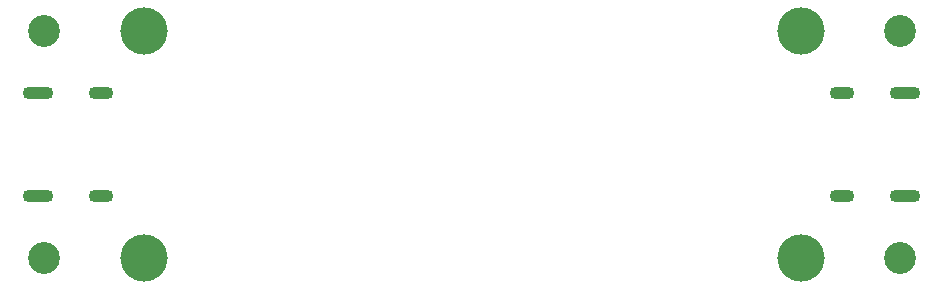
<source format=gbr>
%TF.GenerationSoftware,Altium Limited,CircuitMaker,2.0.2 (2.0.2.40)*%
G04 Layer_Color=25308*
%FSLAX25Y25*%
%MOIN*%
%TF.SameCoordinates,4CCF3E00-E941-4990-BDAE-273065C54DFB*%
%TF.FilePolarity,Positive*%
%TF.FileFunction,Pads,Bot*%
%TF.Part,Single*%
G01*
G75*
%TA.AperFunction,ComponentPad*%
%ADD42C,0.15748*%
%ADD43C,0.10630*%
%ADD44O,0.10236X0.04331*%
%ADD45O,0.08268X0.04331*%
D42*
X143512Y141008D02*
D03*
Y216992D02*
D03*
X362488Y141008D02*
D03*
Y216992D02*
D03*
D43*
X395717Y141008D02*
D03*
X110284D02*
D03*
Y216992D02*
D03*
X395717D02*
D03*
D44*
X397299Y196008D02*
D03*
Y161992D02*
D03*
X108201Y161992D02*
D03*
Y196008D02*
D03*
D45*
X376197Y196008D02*
D03*
Y161992D02*
D03*
X129303Y161992D02*
D03*
Y196008D02*
D03*
%TF.MD5,792a30ca070ae9dd23c3cddf0897f106*%
M02*

</source>
